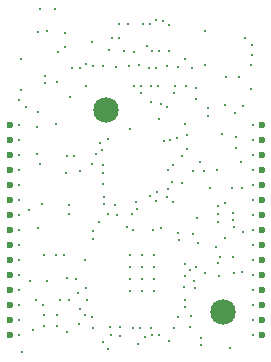
<source format=gbr>
%TF.GenerationSoftware,Altium Limited,Altium Designer,20.1.11 (218)*%
G04 Layer_Color=0*
%FSLAX26Y26*%
%MOIN*%
%TF.SameCoordinates,F1652399-7491-40A6-9504-01A14B245E9D*%
%TF.FilePolarity,Positive*%
%TF.FileFunction,Plated,1,6,PTH,Drill*%
%TF.Part,Single*%
G01*
G75*
%TA.AperFunction,ComponentDrill*%
%ADD134C,0.023622*%
%TA.AperFunction,OtherDrill,Pad Free-2 (708.424mil,164.058mil)*%
%ADD135C,0.085000*%
%TA.AperFunction,OtherDrill,Pad Free-1 (318.424mil,839.058mil)*%
%ADD136C,0.085000*%
%TA.AperFunction,ViaDrill,NotFilled*%
%ADD137C,0.007874*%
D134*
X0Y88190D02*
D03*
Y138190D02*
D03*
Y188190D02*
D03*
Y238190D02*
D03*
Y288190D02*
D03*
Y338190D02*
D03*
Y388190D02*
D03*
Y438190D02*
D03*
Y488190D02*
D03*
Y538190D02*
D03*
Y588190D02*
D03*
Y638190D02*
D03*
Y688190D02*
D03*
Y738190D02*
D03*
Y788190D02*
D03*
X838583Y88190D02*
D03*
Y138190D02*
D03*
Y188190D02*
D03*
Y238190D02*
D03*
Y288190D02*
D03*
Y338190D02*
D03*
Y388190D02*
D03*
Y438190D02*
D03*
Y488190D02*
D03*
Y538190D02*
D03*
Y588190D02*
D03*
Y638190D02*
D03*
Y688190D02*
D03*
Y738190D02*
D03*
Y788190D02*
D03*
D135*
X708424Y164058D02*
D03*
D136*
X318424Y839058D02*
D03*
D137*
X496558Y1033925D02*
D03*
X111000Y188456D02*
D03*
X185034Y629458D02*
D03*
X314124Y525058D02*
D03*
X574358Y597000D02*
D03*
X219424Y277058D02*
D03*
X296352Y466986D02*
D03*
X557642Y747067D02*
D03*
X188424Y685388D02*
D03*
X393704Y1124058D02*
D03*
X524924Y987058D02*
D03*
X233724Y636158D02*
D03*
X274824Y658958D02*
D03*
X105000Y525628D02*
D03*
X98424Y659058D02*
D03*
X590642Y708000D02*
D03*
Y756000D02*
D03*
X534925Y739000D02*
D03*
X165354Y204058D02*
D03*
X328000Y42000D02*
D03*
X311000Y67000D02*
D03*
X212599Y685388D02*
D03*
X312124Y550058D02*
D03*
X326002Y491991D02*
D03*
X547000Y112000D02*
D03*
X601424Y117058D02*
D03*
X619094Y911418D02*
D03*
X585584Y919058D02*
D03*
X399934Y776066D02*
D03*
X745064Y449658D02*
D03*
X743000Y348000D02*
D03*
X688029Y382560D02*
D03*
X718000Y413000D02*
D03*
X90554Y692918D02*
D03*
X124503Y1102979D02*
D03*
X183424Y1094058D02*
D03*
X161414Y1031498D02*
D03*
X207000Y979000D02*
D03*
X495000Y808000D02*
D03*
X541283Y597345D02*
D03*
X504424Y446058D02*
D03*
X541642Y531775D02*
D03*
X350424Y523426D02*
D03*
X486284Y534258D02*
D03*
X355524Y490058D02*
D03*
X154642Y791265D02*
D03*
X619094Y875988D02*
D03*
X489000Y564000D02*
D03*
X527000Y638000D02*
D03*
X477693Y437817D02*
D03*
X390000Y450000D02*
D03*
X409276Y437980D02*
D03*
X405424Y492058D02*
D03*
X610714Y634058D02*
D03*
X573000Y687000D02*
D03*
X707000Y760000D02*
D03*
X582642Y791067D02*
D03*
X658424Y844058D02*
D03*
X667324Y579758D02*
D03*
X691144Y639058D02*
D03*
X183424Y1049068D02*
D03*
X362204Y1124058D02*
D03*
X277124Y434358D02*
D03*
X622724Y477958D02*
D03*
X327000Y742000D02*
D03*
X542030Y655034D02*
D03*
X527564Y575481D02*
D03*
X308324Y629458D02*
D03*
X502000Y860000D02*
D03*
X546035Y895368D02*
D03*
X468580Y865304D02*
D03*
X436000Y894000D02*
D03*
X523424Y849048D02*
D03*
X308674Y656794D02*
D03*
X470584Y919928D02*
D03*
X308000Y704000D02*
D03*
X301000Y728000D02*
D03*
X524000Y550000D02*
D03*
X494174Y919008D02*
D03*
X512000Y735000D02*
D03*
X466000Y553000D02*
D03*
X419140Y531774D02*
D03*
X422424Y509058D02*
D03*
X275594Y407748D02*
D03*
X197724Y491058D02*
D03*
X310924Y592558D02*
D03*
X287216Y691366D02*
D03*
X29554Y138188D02*
D03*
Y238188D02*
D03*
Y288188D02*
D03*
Y388188D02*
D03*
Y438188D02*
D03*
Y538188D02*
D03*
Y638188D02*
D03*
Y688188D02*
D03*
Y788188D02*
D03*
X31134Y871338D02*
D03*
X38000Y1008000D02*
D03*
X114174Y155518D02*
D03*
X112174Y120078D02*
D03*
X86614Y204058D02*
D03*
X112924Y354558D02*
D03*
X93424Y444058D02*
D03*
X90554Y783468D02*
D03*
X117824Y928158D02*
D03*
X117899Y952274D02*
D03*
X93424Y1099058D02*
D03*
X100394Y1174058D02*
D03*
X157484Y155518D02*
D03*
Y120078D02*
D03*
X195264Y204058D02*
D03*
X188424Y279058D02*
D03*
X181424Y355058D02*
D03*
X153424Y354058D02*
D03*
X195000Y522000D02*
D03*
X200714Y881348D02*
D03*
X157508Y930492D02*
D03*
X275594Y113348D02*
D03*
X274424Y148058D02*
D03*
X251424Y155058D02*
D03*
X255424Y206698D02*
D03*
X251974Y919058D02*
D03*
X253424Y993458D02*
D03*
X333424Y114058D02*
D03*
X330624Y1037458D02*
D03*
X338424Y1080058D02*
D03*
X362424Y1079058D02*
D03*
X425204Y59058D02*
D03*
X401574Y236228D02*
D03*
X440944D02*
D03*
X401574Y314968D02*
D03*
Y275598D02*
D03*
X440944Y314968D02*
D03*
Y275598D02*
D03*
X401574Y354968D02*
D03*
X440944D02*
D03*
X414524Y919058D02*
D03*
X437824Y919958D02*
D03*
X412424Y1033058D02*
D03*
X443135Y1124830D02*
D03*
X480314Y236228D02*
D03*
Y314968D02*
D03*
Y275598D02*
D03*
Y354968D02*
D03*
X473424Y1033925D02*
D03*
X558624Y147858D02*
D03*
X601924Y152658D02*
D03*
X582424Y204058D02*
D03*
X598424Y305118D02*
D03*
X581774Y324808D02*
D03*
Y285438D02*
D03*
X583424Y1009058D02*
D03*
X637424Y55118D02*
D03*
X636424Y78058D02*
D03*
X649424Y295058D02*
D03*
X646144Y634058D02*
D03*
X648278Y1103000D02*
D03*
X732424Y47058D02*
D03*
X746424Y296058D02*
D03*
X742424Y473038D02*
D03*
X717724Y528458D02*
D03*
X752994Y713628D02*
D03*
X715000Y855000D02*
D03*
X763784Y949418D02*
D03*
X720474Y949058D02*
D03*
X809724Y138188D02*
D03*
Y238188D02*
D03*
Y288188D02*
D03*
Y388188D02*
D03*
Y438188D02*
D03*
Y538188D02*
D03*
Y638188D02*
D03*
Y688188D02*
D03*
Y788188D02*
D03*
X805714Y1021338D02*
D03*
X29554Y188188D02*
D03*
Y88188D02*
D03*
X39499Y31500D02*
D03*
X29554Y488188D02*
D03*
Y338188D02*
D03*
Y738188D02*
D03*
Y588188D02*
D03*
X35748Y906768D02*
D03*
X76384Y104058D02*
D03*
X124014Y269058D02*
D03*
X93424Y830708D02*
D03*
X188424Y99058D02*
D03*
X233424Y174058D02*
D03*
X253424Y246068D02*
D03*
X250224Y337758D02*
D03*
X273424Y1064058D02*
D03*
X275704Y984058D02*
D03*
X232284Y979058D02*
D03*
X337424Y90058D02*
D03*
X353741Y982601D02*
D03*
X432424Y112058D02*
D03*
X408623D02*
D03*
X396812Y985658D02*
D03*
X430000Y988776D02*
D03*
X472424Y88058D02*
D03*
X495796Y87953D02*
D03*
X486424Y978958D02*
D03*
X509000Y1134000D02*
D03*
X486284Y1138492D02*
D03*
X582424Y181058D02*
D03*
X581424Y248058D02*
D03*
X563424Y407058D02*
D03*
X560424Y430058D02*
D03*
X561424Y982058D02*
D03*
X658424Y819058D02*
D03*
X633424Y664048D02*
D03*
X648424Y989048D02*
D03*
X742424Y497058D02*
D03*
X753424Y749058D02*
D03*
X748424Y829058D02*
D03*
X738524Y577558D02*
D03*
X809724Y188188D02*
D03*
Y88188D02*
D03*
Y488188D02*
D03*
Y338188D02*
D03*
Y738188D02*
D03*
Y588188D02*
D03*
X805714Y1056778D02*
D03*
X803424Y989058D02*
D03*
Y909058D02*
D03*
X228424Y124018D02*
D03*
X225424Y229058D02*
D03*
X53424Y849048D02*
D03*
X151574Y1174058D02*
D03*
X367424Y84648D02*
D03*
X450464Y81038D02*
D03*
X530000Y70000D02*
D03*
X368114Y114178D02*
D03*
X548424Y919058D02*
D03*
X530424Y1034058D02*
D03*
X378424D02*
D03*
X530000Y1121000D02*
D03*
X615114Y244568D02*
D03*
X621424Y315058D02*
D03*
X696954Y284088D02*
D03*
X773399Y297208D02*
D03*
X627424Y395058D02*
D03*
X693424Y464058D02*
D03*
Y519058D02*
D03*
X775584Y852368D02*
D03*
X783424Y1079068D02*
D03*
X63424Y504058D02*
D03*
X66924Y269058D02*
D03*
X468504Y112208D02*
D03*
X311024Y984058D02*
D03*
X463704Y978958D02*
D03*
X465757Y1126892D02*
D03*
X457000Y1051000D02*
D03*
X693424Y492718D02*
D03*
X614924Y268858D02*
D03*
X609424Y427058D02*
D03*
X698674Y349378D02*
D03*
X692874Y327408D02*
D03*
X777824Y431858D02*
D03*
X773024Y579458D02*
D03*
X768424Y664058D02*
D03*
X606931Y978431D02*
D03*
%TF.MD5,00d7e110fb3cc688a0faa1290eb642e9*%
M02*

</source>
